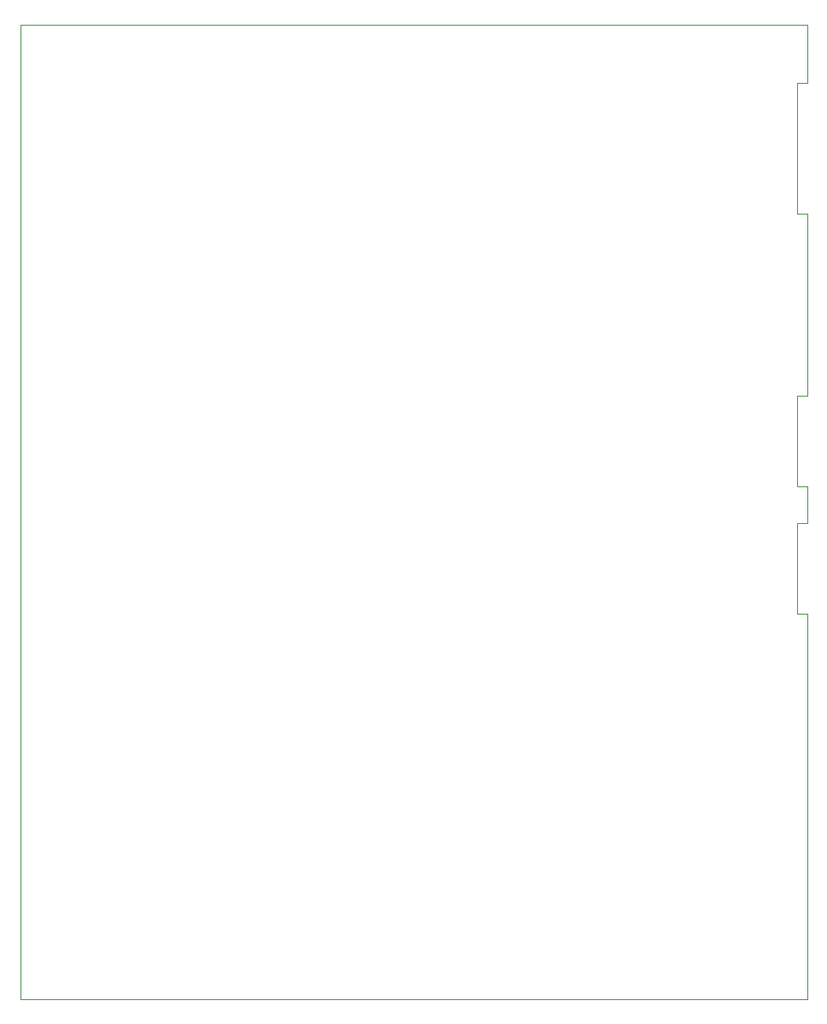
<source format=gbr>
%TF.GenerationSoftware,KiCad,Pcbnew,(6.0.9)*%
%TF.CreationDate,2023-02-25T15:14:18+00:00*%
%TF.ProjectId,Atom_VGA_Tube_Combo,41746f6d-5f56-4474-915f-547562655f43,rev?*%
%TF.SameCoordinates,Original*%
%TF.FileFunction,Profile,NP*%
%FSLAX46Y46*%
G04 Gerber Fmt 4.6, Leading zero omitted, Abs format (unit mm)*
G04 Created by KiCad (PCBNEW (6.0.9)) date 2023-02-25 15:14:18*
%MOMM*%
%LPD*%
G01*
G04 APERTURE LIST*
%TA.AperFunction,Profile*%
%ADD10C,0.100000*%
%TD*%
G04 APERTURE END LIST*
D10*
X139050000Y-24728000D02*
X139050000Y-18990000D01*
X138050000Y-37728000D02*
X138050000Y-24728000D01*
X139050000Y-37728000D02*
X138050000Y-37728000D01*
X139050000Y-24728000D02*
X138050000Y-24728000D01*
X139050000Y-68328000D02*
X139050000Y-64728000D01*
X138050000Y-68328000D02*
X138050000Y-77328000D01*
X139050000Y-77328000D02*
X138050000Y-77328000D01*
X139050000Y-68328000D02*
X138050000Y-68328000D01*
X139050000Y-64728000D02*
X138050000Y-64728000D01*
X139050000Y-55728000D02*
X139050000Y-37728000D01*
X138050000Y-55728000D02*
X138050000Y-64728000D01*
X139050000Y-55728000D02*
X138050000Y-55728000D01*
X61050000Y-18990000D02*
X139050000Y-18990000D01*
X139050000Y-115490000D02*
X61050000Y-115490000D01*
X61050000Y-115490000D02*
X61050000Y-18990000D01*
X139050000Y-77328000D02*
X139050000Y-115490000D01*
M02*

</source>
